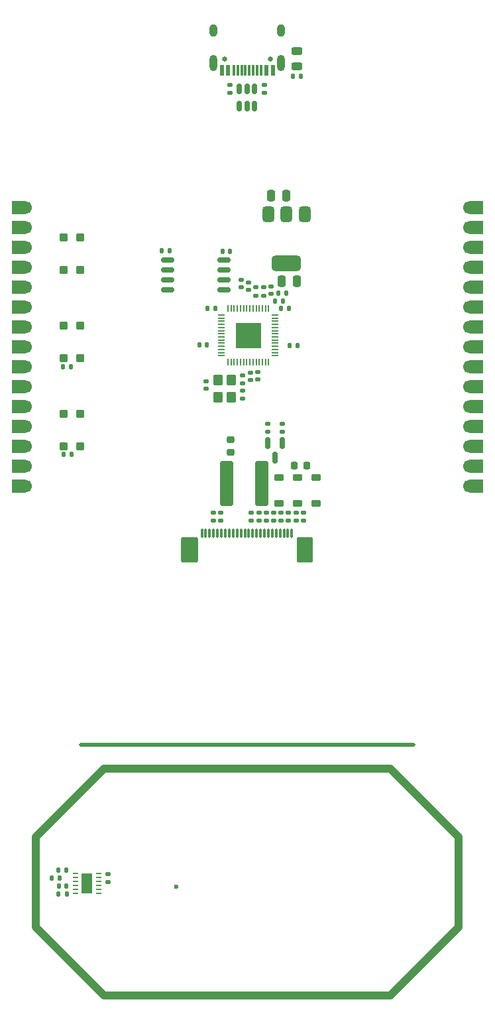
<source format=gbr>
%TF.GenerationSoftware,KiCad,Pcbnew,9.0.6*%
%TF.CreationDate,2026-01-10T23:27:57+00:00*%
%TF.ProjectId,P.P.B.T,502e502e-422e-4542-9e6b-696361645f70,rev?*%
%TF.SameCoordinates,Original*%
%TF.FileFunction,Soldermask,Top*%
%TF.FilePolarity,Negative*%
%FSLAX46Y46*%
G04 Gerber Fmt 4.6, Leading zero omitted, Abs format (unit mm)*
G04 Created by KiCad (PCBNEW 9.0.6) date 2026-01-10 23:27:57*
%MOMM*%
%LPD*%
G01*
G04 APERTURE LIST*
G04 Aperture macros list*
%AMRoundRect*
0 Rectangle with rounded corners*
0 $1 Rounding radius*
0 $2 $3 $4 $5 $6 $7 $8 $9 X,Y pos of 4 corners*
0 Add a 4 corners polygon primitive as box body*
4,1,4,$2,$3,$4,$5,$6,$7,$8,$9,$2,$3,0*
0 Add four circle primitives for the rounded corners*
1,1,$1+$1,$2,$3*
1,1,$1+$1,$4,$5*
1,1,$1+$1,$6,$7*
1,1,$1+$1,$8,$9*
0 Add four rect primitives between the rounded corners*
20,1,$1+$1,$2,$3,$4,$5,0*
20,1,$1+$1,$4,$5,$6,$7,0*
20,1,$1+$1,$6,$7,$8,$9,0*
20,1,$1+$1,$8,$9,$2,$3,0*%
%AMFreePoly0*
4,1,5,0.850000,-0.850000,-0.850000,-0.850000,-0.850000,0.850000,0.850000,0.850000,0.850000,-0.850000,0.850000,-0.850000,$1*%
G04 Aperture macros list end*
%ADD10C,1.000000*%
%ADD11C,0.500000*%
%ADD12RoundRect,0.140000X-0.170000X0.140000X-0.170000X-0.140000X0.170000X-0.140000X0.170000X0.140000X0*%
%ADD13RoundRect,0.140000X0.170000X-0.140000X0.170000X0.140000X-0.170000X0.140000X-0.170000X-0.140000X0*%
%ADD14RoundRect,0.140000X-0.140000X-0.170000X0.140000X-0.170000X0.140000X0.170000X-0.140000X0.170000X0*%
%ADD15RoundRect,0.243750X-0.456250X0.243750X-0.456250X-0.243750X0.456250X-0.243750X0.456250X0.243750X0*%
%ADD16RoundRect,0.135000X0.185000X-0.135000X0.185000X0.135000X-0.185000X0.135000X-0.185000X-0.135000X0*%
%ADD17RoundRect,0.225000X0.375000X-0.225000X0.375000X0.225000X-0.375000X0.225000X-0.375000X-0.225000X0*%
%ADD18RoundRect,0.140000X0.140000X0.170000X-0.140000X0.170000X-0.140000X-0.170000X0.140000X-0.170000X0*%
%ADD19RoundRect,0.135000X0.135000X0.185000X-0.135000X0.185000X-0.135000X-0.185000X0.135000X-0.185000X0*%
%ADD20RoundRect,0.250000X-0.600000X-2.600000X0.600000X-2.600000X0.600000X2.600000X-0.600000X2.600000X0*%
%ADD21RoundRect,0.135000X-0.185000X0.135000X-0.185000X-0.135000X0.185000X-0.135000X0.185000X0.135000X0*%
%ADD22RoundRect,0.135000X-0.135000X-0.185000X0.135000X-0.185000X0.135000X0.185000X-0.135000X0.185000X0*%
%ADD23FreePoly0,180.000000*%
%ADD24C,1.700000*%
%ADD25C,0.650000*%
%ADD26R,0.600000X1.450000*%
%ADD27R,0.300000X1.450000*%
%ADD28O,1.000000X2.100000*%
%ADD29O,1.000000X1.600000*%
%ADD30RoundRect,0.142500X-0.332500X0.382500X-0.332500X-0.382500X0.332500X-0.382500X0.332500X0.382500X0*%
%ADD31RoundRect,0.375000X-0.375000X0.625000X-0.375000X-0.625000X0.375000X-0.625000X0.375000X0.625000X0*%
%ADD32RoundRect,0.500000X-1.400000X0.500000X-1.400000X-0.500000X1.400000X-0.500000X1.400000X0.500000X0*%
%ADD33RoundRect,0.050000X-0.387500X-0.050000X0.387500X-0.050000X0.387500X0.050000X-0.387500X0.050000X0*%
%ADD34RoundRect,0.050000X-0.050000X-0.387500X0.050000X-0.387500X0.050000X0.387500X-0.050000X0.387500X0*%
%ADD35R,3.200000X3.200000*%
%ADD36FreePoly0,0.000000*%
%ADD37C,0.600000*%
%ADD38RoundRect,0.150000X-0.150000X0.587500X-0.150000X-0.587500X0.150000X-0.587500X0.150000X0.587500X0*%
%ADD39RoundRect,0.250000X0.350000X-0.450000X0.350000X0.450000X-0.350000X0.450000X-0.350000X-0.450000X0*%
%ADD40RoundRect,0.162500X-0.650000X-0.162500X0.650000X-0.162500X0.650000X0.162500X-0.650000X0.162500X0*%
%ADD41RoundRect,0.225000X0.225000X0.250000X-0.225000X0.250000X-0.225000X-0.250000X0.225000X-0.250000X0*%
%ADD42RoundRect,0.225000X-0.375000X0.225000X-0.375000X-0.225000X0.375000X-0.225000X0.375000X0.225000X0*%
%ADD43RoundRect,0.225000X-0.250000X0.225000X-0.250000X-0.225000X0.250000X-0.225000X0.250000X0.225000X0*%
%ADD44RoundRect,0.150000X-0.150000X0.512500X-0.150000X-0.512500X0.150000X-0.512500X0.150000X0.512500X0*%
%ADD45RoundRect,0.075000X-0.075000X-0.525000X0.075000X-0.525000X0.075000X0.525000X-0.075000X0.525000X0*%
%ADD46RoundRect,0.330000X-0.770000X-1.320000X0.770000X-1.320000X0.770000X1.320000X-0.770000X1.320000X0*%
%ADD47RoundRect,0.315000X-0.735000X-1.335000X0.735000X-1.335000X0.735000X1.335000X-0.735000X1.335000X0*%
%ADD48RoundRect,0.250000X-0.250000X-0.475000X0.250000X-0.475000X0.250000X0.475000X-0.250000X0.475000X0*%
%ADD49RoundRect,0.062500X0.300000X0.062500X-0.300000X0.062500X-0.300000X-0.062500X0.300000X-0.062500X0*%
%ADD50R,1.400000X2.550000*%
G04 APERTURE END LIST*
D10*
X180017731Y-121705323D02*
X188757131Y-130448745D01*
X180017731Y-121705323D02*
X143492432Y-121705323D01*
X143492432Y-121705323D02*
X134757131Y-130444723D01*
X143496531Y-150705323D02*
X134757131Y-141970022D01*
X180013832Y-150705323D02*
X188757131Y-141965923D01*
X188757131Y-130448745D02*
X188757131Y-141965923D01*
X180013832Y-150705323D02*
X143496531Y-150705323D01*
D11*
X183009477Y-118702926D02*
X140509476Y-118702926D01*
D10*
X134757131Y-130444723D02*
X134757131Y-141970022D01*
D12*
%TO.C,C26*%
X168931004Y-89076290D03*
X168931004Y-90036290D03*
%TD*%
D13*
%TO.C,C9*%
X161933004Y-60625286D03*
X161933004Y-59665286D03*
%TD*%
D14*
%TO.C,C3*%
X165751004Y-61056290D03*
X166711004Y-61056290D03*
%TD*%
D15*
%TO.C,D1*%
X168133004Y-30150286D03*
X168133004Y-32025286D03*
%TD*%
D16*
%TO.C,R6*%
X161133004Y-72535286D03*
X161133004Y-71515286D03*
%TD*%
D17*
%TO.C,D2*%
X165833004Y-87825286D03*
X165833004Y-84525286D03*
%TD*%
D14*
%TO.C,C16*%
X158595504Y-55656290D03*
X159555504Y-55656290D03*
%TD*%
D18*
%TO.C,C7*%
X156608004Y-67650286D03*
X155648004Y-67650286D03*
%TD*%
D14*
%TO.C,C29*%
X137707294Y-136715286D03*
X138667294Y-136715286D03*
%TD*%
D19*
%TO.C,R5*%
X139258004Y-70383790D03*
X138238004Y-70383790D03*
%TD*%
D20*
%TO.C,L2*%
X159083004Y-85300286D03*
X163583004Y-85300286D03*
%TD*%
D21*
%TO.C,R2*%
X159509502Y-34425286D03*
X159509502Y-35445286D03*
%TD*%
D22*
%TO.C,R14*%
X137657294Y-137715286D03*
X138677294Y-137715286D03*
%TD*%
D13*
%TO.C,C15*%
X161133004Y-74455286D03*
X161133004Y-73495286D03*
%TD*%
D23*
%TO.C,J3*%
X191043004Y-85622915D03*
D24*
X190158004Y-85622915D03*
D23*
X191043004Y-83082915D03*
D24*
X190158004Y-83082915D03*
D23*
X191043004Y-80542915D03*
D24*
X190158004Y-80542915D03*
D23*
X191043004Y-78002915D03*
D24*
X190158004Y-78002915D03*
D23*
X191043004Y-75462915D03*
D24*
X190158004Y-75462915D03*
D23*
X191043004Y-72922915D03*
D24*
X190158004Y-72922915D03*
D23*
X191043004Y-70382915D03*
D24*
X190158004Y-70382915D03*
D23*
X191043004Y-67842915D03*
D24*
X190158004Y-67842915D03*
D23*
X191043004Y-65302915D03*
D24*
X190158004Y-65302915D03*
D23*
X191043004Y-62762915D03*
D24*
X190158004Y-62762915D03*
D23*
X191043004Y-60222915D03*
D24*
X190158004Y-60222915D03*
D23*
X191043004Y-57682915D03*
D24*
X190158004Y-57682915D03*
D23*
X191043004Y-55142915D03*
D24*
X190158004Y-55142915D03*
D23*
X191043004Y-52602915D03*
D24*
X190158004Y-52602915D03*
D23*
X191043004Y-50062915D03*
D24*
X190158004Y-50062915D03*
%TD*%
D25*
%TO.C,J1*%
X164673004Y-31125286D03*
X158893004Y-31125286D03*
D26*
X165033004Y-32570286D03*
X164233004Y-32570286D03*
D27*
X163033004Y-32570286D03*
X162033004Y-32570286D03*
X161533004Y-32570286D03*
X160533004Y-32570286D03*
D26*
X159333004Y-32570286D03*
X158533004Y-32570286D03*
X158533004Y-32570286D03*
X159333004Y-32570286D03*
D27*
X160033004Y-32570286D03*
X161033004Y-32570286D03*
X162533004Y-32570286D03*
X163533004Y-32570286D03*
D26*
X164233004Y-32570286D03*
X165033004Y-32570286D03*
D28*
X166103004Y-31655286D03*
D29*
X166103004Y-27475286D03*
D28*
X157463004Y-31655286D03*
D29*
X157463004Y-27475286D03*
%TD*%
D30*
%TO.C,SW3*%
X140408004Y-53878790D03*
X140408004Y-58028790D03*
X138258004Y-53878790D03*
X138258004Y-58028790D03*
%TD*%
D12*
%TO.C,C24*%
X167031004Y-89076290D03*
X167031004Y-90036290D03*
%TD*%
D14*
%TO.C,C4*%
X167203004Y-67675286D03*
X168163004Y-67675286D03*
%TD*%
%TO.C,C6*%
X166101004Y-62956290D03*
X167061004Y-62956290D03*
%TD*%
D17*
%TO.C,D4*%
X170583004Y-87825286D03*
X170583004Y-84525286D03*
%TD*%
D31*
%TO.C,U3*%
X169083004Y-50906290D03*
X166783004Y-50906290D03*
D32*
X166783004Y-57206290D03*
D31*
X164483004Y-50906290D03*
%TD*%
D12*
%TO.C,C18*%
X158381004Y-89076290D03*
X158381004Y-90036290D03*
%TD*%
D33*
%TO.C,U1*%
X158454506Y-63806290D03*
X158454506Y-64206290D03*
X158454506Y-64606290D03*
X158454506Y-65006290D03*
X158454506Y-65406290D03*
X158454506Y-65806290D03*
X158454506Y-66206290D03*
X158454506Y-66606290D03*
X158454506Y-67006290D03*
X158454506Y-67406290D03*
X158454506Y-67806290D03*
X158454506Y-68206290D03*
X158454506Y-68606290D03*
X158454506Y-69006290D03*
D34*
X159292006Y-69843790D03*
X159692006Y-69843790D03*
X160092006Y-69843790D03*
X160492006Y-69843790D03*
X160892006Y-69843790D03*
X161292006Y-69843790D03*
X161692006Y-69843790D03*
X162092006Y-69843790D03*
X162492006Y-69843790D03*
X162892006Y-69843790D03*
X163292006Y-69843790D03*
X163692006Y-69843790D03*
X164092006Y-69843790D03*
X164492006Y-69843790D03*
D33*
X165329506Y-69006290D03*
X165329506Y-68606290D03*
X165329506Y-68206290D03*
X165329506Y-67806290D03*
X165329506Y-67406290D03*
X165329506Y-67006290D03*
X165329506Y-66606290D03*
X165329506Y-66206290D03*
X165329506Y-65806290D03*
X165329506Y-65406290D03*
X165329506Y-65006290D03*
X165329506Y-64606290D03*
X165329506Y-64206290D03*
X165329506Y-63806290D03*
D34*
X164492006Y-62968790D03*
X164092006Y-62968790D03*
X163692006Y-62968790D03*
X163292006Y-62968790D03*
X162892006Y-62968790D03*
X162492006Y-62968790D03*
X162092006Y-62968790D03*
X161692006Y-62968790D03*
X161292006Y-62968790D03*
X160892006Y-62968790D03*
X160492006Y-62968790D03*
X160092006Y-62968790D03*
X159692006Y-62968790D03*
X159292006Y-62968790D03*
D35*
X161892006Y-66406290D03*
%TD*%
D13*
%TO.C,C12*%
X164831004Y-61106290D03*
X164831004Y-60146290D03*
%TD*%
D36*
%TO.C,J2*%
X132523004Y-50065260D03*
D24*
X133408004Y-50065260D03*
D36*
X132523004Y-52605260D03*
D24*
X133408004Y-52605260D03*
D36*
X132523004Y-55145260D03*
D24*
X133408004Y-55145260D03*
D36*
X132523004Y-57685260D03*
D24*
X133408004Y-57685260D03*
D36*
X132523004Y-60225260D03*
D24*
X133408004Y-60225260D03*
D36*
X132523004Y-62765260D03*
D24*
X133408004Y-62765260D03*
D36*
X132523004Y-65305260D03*
D24*
X133408004Y-65305260D03*
D36*
X132523004Y-67845260D03*
D24*
X133408004Y-67845260D03*
D36*
X132523004Y-70385260D03*
D24*
X133408004Y-70385260D03*
D36*
X132523004Y-72925260D03*
D24*
X133408004Y-72925260D03*
D36*
X132523004Y-75465260D03*
D24*
X133408004Y-75465260D03*
D36*
X132523004Y-78005260D03*
D24*
X133408004Y-78005260D03*
D36*
X132523004Y-80545260D03*
D24*
X133408004Y-80545260D03*
D36*
X132523004Y-83085260D03*
D24*
X133408004Y-83085260D03*
D36*
X132523004Y-85625260D03*
D24*
X133408004Y-85625260D03*
%TD*%
D37*
%TO.C,L1*%
X152679794Y-136775336D03*
%TD*%
D12*
%TO.C,C17*%
X157431004Y-89076290D03*
X157431004Y-90036290D03*
%TD*%
%TO.C,C5*%
X162133004Y-71145286D03*
X162133004Y-72105286D03*
%TD*%
D38*
%TO.C,Q2*%
X166233004Y-80175286D03*
X164333004Y-80175286D03*
X165283004Y-82050286D03*
%TD*%
D19*
%TO.C,R7*%
X168643004Y-33337786D03*
X167623004Y-33337786D03*
%TD*%
D12*
%TO.C,C19*%
X162281004Y-89076290D03*
X162281004Y-90036290D03*
%TD*%
D39*
%TO.C,Y1*%
X159683004Y-74275286D03*
X159683004Y-72075286D03*
X157983004Y-72075286D03*
X157983004Y-74275286D03*
%TD*%
D40*
%TO.C,U4*%
X151608004Y-56751290D03*
X151608004Y-58021290D03*
X151608004Y-59291290D03*
X151608004Y-60561290D03*
X158783004Y-60561290D03*
X158783004Y-59291290D03*
X158783004Y-58021290D03*
X158783004Y-56751290D03*
%TD*%
D41*
%TO.C,C27*%
X169333004Y-83025286D03*
X167783004Y-83025286D03*
%TD*%
D12*
%TO.C,C22*%
X165131004Y-89076290D03*
X165131004Y-90036290D03*
%TD*%
D42*
%TO.C,D3*%
X168183004Y-84525286D03*
X168183004Y-87825286D03*
%TD*%
D18*
%TO.C,C8*%
X157661004Y-62956290D03*
X156701004Y-62956290D03*
%TD*%
D43*
%TO.C,C28*%
X159633004Y-79750286D03*
X159633004Y-81300286D03*
%TD*%
D44*
%TO.C,U2*%
X162672002Y-34897786D03*
X161722002Y-34897786D03*
X160772002Y-34897786D03*
X160772002Y-37172786D03*
X161722002Y-37172786D03*
X162672002Y-37172786D03*
%TD*%
D30*
%TO.C,SW1*%
X140408004Y-65133790D03*
X140408004Y-69283790D03*
X138258004Y-65133790D03*
X138258004Y-69283790D03*
%TD*%
D21*
%TO.C,R3*%
X162881004Y-60296290D03*
X162881004Y-61316290D03*
%TD*%
D12*
%TO.C,C30*%
X143957294Y-135205286D03*
X143957294Y-136165286D03*
%TD*%
D45*
%TO.C,U5*%
X155954506Y-91625290D03*
X156454506Y-91625290D03*
X156954506Y-91625290D03*
X157454506Y-91625290D03*
X157954506Y-91625290D03*
X158454506Y-91625290D03*
X158954506Y-91625290D03*
X159454506Y-91625290D03*
X159954506Y-91625290D03*
X160454506Y-91625290D03*
X160954506Y-91625290D03*
X161454506Y-91625290D03*
X161954506Y-91625290D03*
X162454506Y-91625290D03*
X162954506Y-91625290D03*
X163454506Y-91625290D03*
X163954506Y-91625290D03*
X164454506Y-91625290D03*
X164954506Y-91625290D03*
X165454506Y-91625290D03*
X165954506Y-91625290D03*
X166454506Y-91625290D03*
X166954506Y-91625290D03*
X167454506Y-91625290D03*
D46*
X154354506Y-93795290D03*
D47*
X169104506Y-93795290D03*
%TD*%
D12*
%TO.C,C25*%
X167981004Y-89076290D03*
X167981004Y-90036290D03*
%TD*%
D22*
%TO.C,R9*%
X138283004Y-81625286D03*
X139303004Y-81625286D03*
%TD*%
D12*
%TO.C,C23*%
X166081004Y-89076290D03*
X166081004Y-90036290D03*
%TD*%
D19*
%TO.C,R8*%
X151805504Y-55606290D03*
X150785504Y-55606290D03*
%TD*%
D14*
%TO.C,C10*%
X165331004Y-62006290D03*
X166291004Y-62006290D03*
%TD*%
D22*
%TO.C,R13*%
X136767294Y-135715286D03*
X137787294Y-135715286D03*
%TD*%
%TO.C,R10*%
X137647294Y-134715286D03*
X138667294Y-134715286D03*
%TD*%
D12*
%TO.C,C11*%
X163081004Y-71056290D03*
X163081004Y-72016290D03*
%TD*%
D13*
%TO.C,C14*%
X156535004Y-73204282D03*
X156535004Y-72244282D03*
%TD*%
D12*
%TO.C,C20*%
X163231004Y-89076290D03*
X163231004Y-90036290D03*
%TD*%
%TO.C,C21*%
X164181004Y-89076290D03*
X164181004Y-90036290D03*
%TD*%
D16*
%TO.C,R11*%
X166233004Y-78700286D03*
X166233004Y-77680286D03*
%TD*%
D30*
%TO.C,SW2*%
X140408004Y-76383790D03*
X140408004Y-80533790D03*
X138258004Y-76383790D03*
X138258004Y-80533790D03*
%TD*%
D21*
%TO.C,R4*%
X163881004Y-60296290D03*
X163881004Y-61316290D03*
%TD*%
D48*
%TO.C,C2*%
X166181004Y-59506290D03*
X168081004Y-59506290D03*
%TD*%
%TO.C,C1*%
X164833004Y-48606290D03*
X166733004Y-48606290D03*
%TD*%
D49*
%TO.C,U6*%
X142807294Y-137615286D03*
X142807294Y-137115286D03*
X142807294Y-136615286D03*
X142807294Y-136115286D03*
X142807294Y-135615286D03*
X142807294Y-135115286D03*
X139782294Y-135115286D03*
X139782294Y-135615286D03*
X139782294Y-136115286D03*
X139782294Y-136615286D03*
X139782294Y-137115286D03*
X139782294Y-137615286D03*
D50*
X141294794Y-136365286D03*
%TD*%
D21*
%TO.C,R1*%
X163909502Y-34425286D03*
X163909502Y-35445286D03*
%TD*%
D13*
%TO.C,C13*%
X160983004Y-60275286D03*
X160983004Y-59315286D03*
%TD*%
D16*
%TO.C,R12*%
X164333004Y-78710286D03*
X164333004Y-77690286D03*
%TD*%
M02*

</source>
